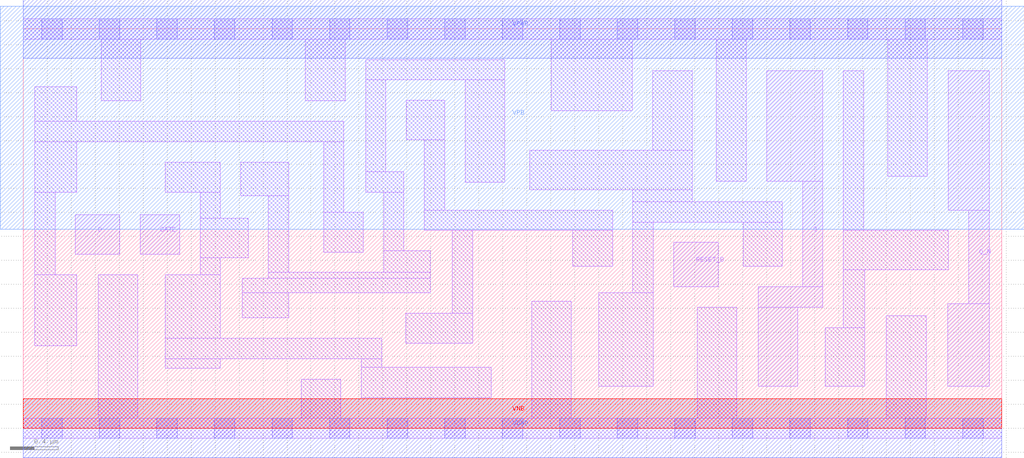
<source format=lef>
# Copyright 2020 The SkyWater PDK Authors
#
# Licensed under the Apache License, Version 2.0 (the "License");
# you may not use this file except in compliance with the License.
# You may obtain a copy of the License at
#
#     https://www.apache.org/licenses/LICENSE-2.0
#
# Unless required by applicable law or agreed to in writing, software
# distributed under the License is distributed on an "AS IS" BASIS,
# WITHOUT WARRANTIES OR CONDITIONS OF ANY KIND, either express or implied.
# See the License for the specific language governing permissions and
# limitations under the License.
#
# SPDX-License-Identifier: Apache-2.0

VERSION 5.7 ;
  NOWIREEXTENSIONATPIN ON ;
  DIVIDERCHAR "/" ;
  BUSBITCHARS "[]" ;
MACRO sky130_fd_sc_ls__dlrbp_1
  CLASS CORE ;
  FOREIGN sky130_fd_sc_ls__dlrbp_1 ;
  ORIGIN  0.000000  0.000000 ;
  SIZE  8.160000 BY  3.330000 ;
  SYMMETRY X Y ;
  SITE unit ;
  PIN D
    ANTENNAGATEAREA  0.208500 ;
    DIRECTION INPUT ;
    USE SIGNAL ;
    PORT
      LAYER li1 ;
        RECT 0.435000 1.450000 0.805000 1.780000 ;
    END
  END D
  PIN Q
    ANTENNADIFFAREA  0.541300 ;
    DIRECTION OUTPUT ;
    USE SIGNAL ;
    PORT
      LAYER li1 ;
        RECT 6.130000 0.350000 6.460000 1.010000 ;
        RECT 6.130000 1.010000 6.670000 1.180000 ;
        RECT 6.200000 2.060000 6.670000 2.980000 ;
        RECT 6.500000 1.180000 6.670000 2.060000 ;
    END
  END Q
  PIN Q_N
    ANTENNADIFFAREA  0.604200 ;
    DIRECTION OUTPUT ;
    USE SIGNAL ;
    PORT
      LAYER li1 ;
        RECT 7.710000 0.350000 8.055000 1.040000 ;
        RECT 7.715000 1.820000 8.055000 2.980000 ;
        RECT 7.885000 1.040000 8.055000 1.820000 ;
    END
  END Q_N
  PIN RESET_B
    ANTENNAGATEAREA  0.279000 ;
    DIRECTION INPUT ;
    USE SIGNAL ;
    PORT
      LAYER li1 ;
        RECT 5.425000 1.180000 5.795000 1.550000 ;
    END
  END RESET_B
  PIN VNB
    PORT
      LAYER pwell ;
        RECT 0.000000 0.000000 8.160000 0.245000 ;
    END
  END VNB
  PIN VPB
    PORT
      LAYER nwell ;
        RECT -0.190000 1.660000 8.350000 3.520000 ;
    END
  END VPB
  PIN GATE
    ANTENNAGATEAREA  0.237000 ;
    DIRECTION INPUT ;
    USE CLOCK ;
    PORT
      LAYER li1 ;
        RECT 0.975000 1.450000 1.305000 1.780000 ;
    END
  END GATE
  PIN VGND
    DIRECTION INOUT ;
    SHAPE ABUTMENT ;
    USE GROUND ;
    PORT
      LAYER met1 ;
        RECT 0.000000 -0.245000 8.160000 0.245000 ;
    END
  END VGND
  PIN VPWR
    DIRECTION INOUT ;
    SHAPE ABUTMENT ;
    USE POWER ;
    PORT
      LAYER met1 ;
        RECT 0.000000 3.085000 8.160000 3.575000 ;
    END
  END VPWR
  OBS
    LAYER li1 ;
      RECT 0.000000 -0.085000 8.160000 0.085000 ;
      RECT 0.000000  3.245000 8.160000 3.415000 ;
      RECT 0.095000  0.690000 0.445000 1.280000 ;
      RECT 0.095000  1.280000 0.265000 1.970000 ;
      RECT 0.095000  1.970000 0.445000 2.390000 ;
      RECT 0.095000  2.390000 2.675000 2.560000 ;
      RECT 0.095000  2.560000 0.445000 2.850000 ;
      RECT 0.625000  0.085000 0.955000 1.280000 ;
      RECT 0.650000  2.730000 0.980000 3.245000 ;
      RECT 1.185000  0.500000 1.645000 0.580000 ;
      RECT 1.185000  0.580000 2.990000 0.750000 ;
      RECT 1.185000  0.750000 1.645000 1.280000 ;
      RECT 1.185000  1.970000 1.645000 2.220000 ;
      RECT 1.475000  1.280000 1.645000 1.420000 ;
      RECT 1.475000  1.420000 1.875000 1.750000 ;
      RECT 1.475000  1.750000 1.645000 1.970000 ;
      RECT 1.815000  1.940000 2.215000 2.220000 ;
      RECT 1.825000  0.920000 2.215000 1.130000 ;
      RECT 1.825000  1.130000 3.395000 1.250000 ;
      RECT 2.045000  1.250000 3.395000 1.300000 ;
      RECT 2.045000  1.300000 2.215000 1.940000 ;
      RECT 2.320000  0.085000 2.650000 0.410000 ;
      RECT 2.350000  2.730000 2.685000 3.245000 ;
      RECT 2.505000  1.470000 2.835000 1.800000 ;
      RECT 2.505000  1.800000 2.675000 2.390000 ;
      RECT 2.820000  0.255000 3.905000 0.510000 ;
      RECT 2.820000  0.510000 2.990000 0.580000 ;
      RECT 2.855000  1.970000 3.175000 2.140000 ;
      RECT 2.855000  2.140000 3.025000 2.905000 ;
      RECT 2.855000  2.905000 4.015000 3.075000 ;
      RECT 3.005000  1.300000 3.395000 1.480000 ;
      RECT 3.005000  1.480000 3.175000 1.970000 ;
      RECT 3.190000  0.710000 3.750000 0.960000 ;
      RECT 3.195000  2.405000 3.515000 2.735000 ;
      RECT 3.345000  1.650000 4.915000 1.820000 ;
      RECT 3.345000  1.820000 3.515000 2.405000 ;
      RECT 3.580000  0.960000 3.750000 1.650000 ;
      RECT 3.685000  2.050000 4.015000 2.905000 ;
      RECT 4.225000  1.990000 5.580000 2.320000 ;
      RECT 4.240000  0.085000 4.570000 1.060000 ;
      RECT 4.405000  2.650000 5.080000 3.245000 ;
      RECT 4.585000  1.350000 4.915000 1.650000 ;
      RECT 4.800000  0.350000 5.255000 1.130000 ;
      RECT 5.085000  1.130000 5.255000 1.720000 ;
      RECT 5.085000  1.720000 6.330000 1.890000 ;
      RECT 5.085000  1.890000 5.580000 1.990000 ;
      RECT 5.250000  2.320000 5.580000 2.980000 ;
      RECT 5.620000  0.085000 5.950000 1.010000 ;
      RECT 5.780000  2.060000 6.030000 3.245000 ;
      RECT 6.005000  1.350000 6.330000 1.720000 ;
      RECT 6.690000  0.350000 7.020000 0.840000 ;
      RECT 6.840000  0.840000 7.020000 1.320000 ;
      RECT 6.840000  1.320000 7.715000 1.650000 ;
      RECT 6.840000  1.650000 7.010000 2.980000 ;
      RECT 7.200000  0.085000 7.530000 0.940000 ;
      RECT 7.210000  2.100000 7.540000 3.245000 ;
    LAYER mcon ;
      RECT 0.155000 -0.085000 0.325000 0.085000 ;
      RECT 0.155000  3.245000 0.325000 3.415000 ;
      RECT 0.635000 -0.085000 0.805000 0.085000 ;
      RECT 0.635000  3.245000 0.805000 3.415000 ;
      RECT 1.115000 -0.085000 1.285000 0.085000 ;
      RECT 1.115000  3.245000 1.285000 3.415000 ;
      RECT 1.595000 -0.085000 1.765000 0.085000 ;
      RECT 1.595000  3.245000 1.765000 3.415000 ;
      RECT 2.075000 -0.085000 2.245000 0.085000 ;
      RECT 2.075000  3.245000 2.245000 3.415000 ;
      RECT 2.555000 -0.085000 2.725000 0.085000 ;
      RECT 2.555000  3.245000 2.725000 3.415000 ;
      RECT 3.035000 -0.085000 3.205000 0.085000 ;
      RECT 3.035000  3.245000 3.205000 3.415000 ;
      RECT 3.515000 -0.085000 3.685000 0.085000 ;
      RECT 3.515000  3.245000 3.685000 3.415000 ;
      RECT 3.995000 -0.085000 4.165000 0.085000 ;
      RECT 3.995000  3.245000 4.165000 3.415000 ;
      RECT 4.475000 -0.085000 4.645000 0.085000 ;
      RECT 4.475000  3.245000 4.645000 3.415000 ;
      RECT 4.955000 -0.085000 5.125000 0.085000 ;
      RECT 4.955000  3.245000 5.125000 3.415000 ;
      RECT 5.435000 -0.085000 5.605000 0.085000 ;
      RECT 5.435000  3.245000 5.605000 3.415000 ;
      RECT 5.915000 -0.085000 6.085000 0.085000 ;
      RECT 5.915000  3.245000 6.085000 3.415000 ;
      RECT 6.395000 -0.085000 6.565000 0.085000 ;
      RECT 6.395000  3.245000 6.565000 3.415000 ;
      RECT 6.875000 -0.085000 7.045000 0.085000 ;
      RECT 6.875000  3.245000 7.045000 3.415000 ;
      RECT 7.355000 -0.085000 7.525000 0.085000 ;
      RECT 7.355000  3.245000 7.525000 3.415000 ;
      RECT 7.835000 -0.085000 8.005000 0.085000 ;
      RECT 7.835000  3.245000 8.005000 3.415000 ;
  END
END sky130_fd_sc_ls__dlrbp_1
END LIBRARY

</source>
